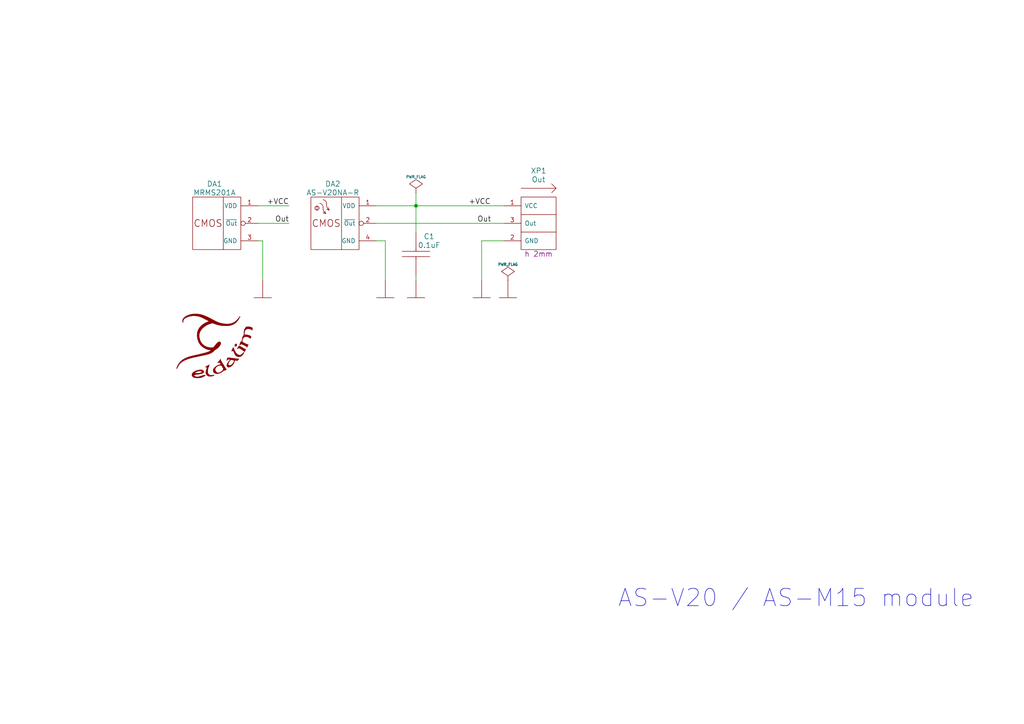
<source format=kicad_sch>
(kicad_sch (version 20230121) (generator eeschema)
  (paper "A4")
  (lib_symbols
    (symbol "AS-V20_AS-M15_simple-rescue:AS-V20NA-R" (pin_names (offset 1.016))
      (property "Reference" "DA" (at 0 11.43 0))
      (property "Value" "AS-V20NA-R" (at 0 8.89 0))
      (symbol "AS-V20NA-R_0_0"
        (polyline (pts (xy 2.54 7.62) (xy 2.54 -7.62)))
        (text "CMOS" (at -1.905 0 0) (effects (font (size 2.0066 2.0066))))
        (text "Ф" (at -4.572 4.318 0) (effects (font (size 1.524 1.524))))
      )
      (symbol "AS-V20NA-R_0_1"
        (rectangle (start -6.35 7.62) (end 7.62 -7.62))
        (arc (start -2.794 4.572) (mid -3.0798 5.3836) (end -3.81 5.842))
        (arc (start -2.794 4.572) (mid -2.6776 3.569) (end -2.032 2.794))
        (arc (start -1.778 5.588) (mid -2.0638 6.3996) (end -2.794 6.858))
        (arc (start -1.778 5.588) (mid -1.6616 4.585) (end -1.016 3.81))
        (polyline (pts (xy 11.557 5.08) (xy 11.557 5.08)))
        (polyline (pts (xy -2.286 3.556) (xy -2.032 2.794) (xy -2.794 3.048)))
        (polyline (pts (xy -1.27 4.572) (xy -1.016 3.81) (xy -1.778 4.064)))
      )
      (symbol "AS-V20NA-R_1_1"
        (pin power_in line (at 12.7 5.08 180) (length 5.08) (name "VDD") (number "1"))
        (pin output inverted (at 12.7 0 180) (length 5.08) (name "~{Out}") (number "2"))
        (pin no_connect line (at 12.7 -10.16 180) (length 5.08) hide (name "NC") (number "3"))
        (pin power_in line (at 12.7 -5.08 180) (length 5.08) (name "GND") (number "4"))
      )
    )
    (symbol "AS-V20_AS-M15_simple-rescue:C_0603" (pin_numbers hide) (pin_names (offset 1.016) hide)
      (property "Reference" "C" (at 3.81 5.08 0))
      (property "Value" "C_0603" (at 3.81 2.54 0))
      (symbol "C_0603_0_1"
        (polyline (pts (xy 0 -1.397) (xy 0 -0.762)))
        (polyline (pts (xy 0 1.397) (xy 0 0.762)))
        (polyline (pts (xy 4.0132 -0.762) (xy -4.0132 -0.762)))
        (polyline (pts (xy 4.0132 0.762) (xy -4.0132 0.762)))
      )
      (symbol "C_0603_0_2"
        (polyline (pts (xy -2.667 0) (xy -2.032 0)))
        (polyline (pts (xy -2.032 4.0132) (xy -2.032 -4.0132)))
        (polyline (pts (xy -0.508 4.0132) (xy -0.508 -4.0132)))
        (polyline (pts (xy 0.127 0) (xy -0.508 0)))
      )
      (symbol "C_0603_1_1"
        (pin passive line (at 0 6.35 270) (length 5.08) (name "~") (number "1"))
        (pin passive line (at 0 -6.35 90) (length 5.08) (name "~") (number "2"))
      )
      (symbol "C_0603_1_2"
        (pin passive line (at -7.62 0 0) (length 5.08) (name "~") (number "1"))
        (pin passive line (at 5.08 0 180) (length 5.08) (name "~") (number "2"))
      )
    )
    (symbol "AS-V20_AS-M15_simple-rescue:Eldalim" (pin_names (offset 1.016))
      (symbol "Eldalim_0_0"
        (polyline (pts (xy 6.477 0.2794) (xy 6.4516 0.4572) (xy 6.3754 0.5588) (xy 6.2738 0.6096) (xy 6.1214 0.5588) (xy 5.969 0.4572) (xy 5.9436 0.4318) (xy 5.842 0.254) (xy 5.842 0.1016) (xy 5.8928 -0.0508) (xy 5.9182 -0.0762) (xy 6.0198 -0.1524) (xy 6.1468 -0.1524) (xy 6.2484 -0.1016) (xy 6.3754 -0.0254) (xy 6.4516 0.127) (xy 6.477 0.2794) (xy 6.477 0.2794)) (stroke (width 0.0254)) (fill (type outline)))
        (polyline (pts (xy 9.0932 -0.9906) (xy 9.0678 -0.9652) (xy 8.9916 -0.9652) (xy 8.89 -0.9398) (xy 8.763 -0.8636) (xy 8.5598 -0.762) (xy 8.3058 -0.6096) (xy 8.0264 -0.4572) (xy 7.874 -0.3556) (xy 7.62 -0.2286) (xy 7.4422 -0.1016) (xy 7.2644 -0.0254) (xy 7.1628 0.0254) (xy 7.112 0.0508) (xy 7.0612 0) (xy 6.985 -0.0762) (xy 6.985 -0.1016) (xy 6.9342 -0.2032) (xy 6.8326 -0.3556) (xy 6.731 -0.508) (xy 6.7056 -0.5334) (xy 6.6294 -0.6858) (xy 6.5786 -0.7874) (xy 6.5532 -0.8382) (xy 6.604 -0.8382) (xy 6.7056 -0.762) (xy 6.8072 -0.7112) (xy 6.9596 -0.635) (xy 7.112 -0.6604) (xy 7.3152 -0.7366) (xy 7.4168 -0.8128) (xy 7.6708 -0.9398) (xy 7.8994 -1.0922) (xy 8.1026 -1.2446) (xy 8.3058 -1.3716) (xy 8.4582 -1.4986) (xy 8.5598 -1.5748) (xy 8.6106 -1.6256) (xy 8.636 -1.6764) (xy 8.6868 -1.7018) (xy 8.7122 -1.651) (xy 8.7884 -1.5494) (xy 8.8646 -1.4224) (xy 8.9408 -1.2954) (xy 9.017 -1.143) (xy 9.0678 -1.0414) (xy 9.0932 -0.9906) (xy 9.0932 -0.9906)) (stroke (width 0.0254)) (fill (type outline)))
        (polyline (pts (xy 8.5598 -1.778) (xy 8.2296 -2.1082) (xy 8.0264 -2.3114) (xy 7.8232 -2.4892) (xy 7.6454 -2.5908) (xy 7.4676 -2.6416) (xy 7.3152 -2.667) (xy 7.2136 -2.667) (xy 6.9342 -2.5908) (xy 6.6548 -2.4384) (xy 6.3754 -2.2098) (xy 6.1468 -1.905) (xy 6.096 -1.8288) (xy 5.969 -1.6256) (xy 5.842 -1.397) (xy 5.7404 -1.1684) (xy 5.6388 -0.889) (xy 5.588 -0.762) (xy 5.5372 -0.6096) (xy 5.4864 -0.4826) (xy 5.461 -0.4064) (xy 5.4356 -0.4318) (xy 5.3594 -0.5334) (xy 5.2832 -0.7112) (xy 5.1816 -0.9144) (xy 5.1308 -1.016) (xy 5.0546 -1.1938) (xy 4.9784 -1.3462) (xy 4.9276 -1.4478) (xy 4.9276 -1.4986) (xy 5.0038 -1.4986) (xy 5.1054 -1.4732) (xy 5.1562 -1.4732) (xy 5.2578 -1.4478) (xy 5.334 -1.4224) (xy 5.3848 -1.4478) (xy 5.461 -1.5494) (xy 5.5626 -1.7272) (xy 5.6642 -1.9558) (xy 5.7658 -2.159) (xy 5.8674 -2.413) (xy 5.9944 -2.6416) (xy 6.1468 -2.794) (xy 6.2992 -2.921) (xy 6.477 -3.0226) (xy 6.5278 -3.048) (xy 6.858 -3.1496) (xy 7.1628 -3.1496) (xy 7.4676 -3.0988) (xy 7.7724 -2.9464) (xy 8.0264 -2.7432) (xy 8.0772 -2.6924) (xy 8.255 -2.4892) (xy 8.382 -2.286) (xy 8.4836 -2.1082) (xy 8.5344 -1.9558) (xy 8.5598 -1.778) (xy 8.5598 -1.778)) (stroke (width 0.0254)) (fill (type outline)))
        (polyline (pts (xy -0.0508 -8.4328) (xy -0.0762 -8.4074) (xy -0.1778 -8.4328) (xy -0.3048 -8.4582) (xy -0.5588 -8.4836) (xy -0.8128 -8.509) (xy -1.016 -8.5344) (xy -1.1684 -8.509) (xy -1.2192 -8.509) (xy -1.4732 -8.4074) (xy -1.6764 -8.255) (xy -1.8542 -8.0264) (xy -1.8542 -8.001) (xy -1.905 -7.8994) (xy -1.9558 -7.7978) (xy -1.9558 -7.6962) (xy -1.9812 -7.5692) (xy -1.9812 -7.366) (xy -1.9558 -7.1628) (xy -1.9558 -6.9342) (xy -1.905 -6.731) (xy -1.8542 -6.5024) (xy -1.778 -6.2484) (xy -1.651 -5.9436) (xy -1.6002 -5.7912) (xy -1.5494 -5.6388) (xy -1.524 -5.5372) (xy -1.4986 -5.4864) (xy -1.524 -5.4864) (xy -1.5748 -5.5118) (xy -1.7018 -5.5626) (xy -1.8288 -5.6388) (xy -2.0066 -5.715) (xy -2.1844 -5.8166) (xy -2.3622 -5.8928) (xy -2.4892 -5.969) (xy -2.5908 -6.0198) (xy -2.6162 -6.0452) (xy -2.6162 -6.0706) (xy -2.54 -6.1214) (xy -2.4384 -6.1722) (xy -2.3876 -6.1722) (xy -2.3114 -6.223) (xy -2.2606 -6.2992) (xy -2.2352 -6.3754) (xy -2.2606 -6.5024) (xy -2.3114 -6.6802) (xy -2.3876 -6.9088) (xy -2.4384 -7.0358) (xy -2.5146 -7.4168) (xy -2.54 -7.747) (xy -2.4892 -8.0264) (xy -2.3876 -8.2804) (xy -2.2098 -8.509) (xy -2.1336 -8.5852) (xy -1.9558 -8.6868) (xy -1.8288 -8.763) (xy -1.7272 -8.7884) (xy -1.4986 -8.8138) (xy -1.2192 -8.8392) (xy -0.9398 -8.8138) (xy -0.6604 -8.763) (xy -0.4318 -8.6868) (xy -0.2286 -8.5852) (xy -0.0762 -8.4836) (xy -0.0762 -8.4582) (xy -0.0508 -8.4328) (xy -0.0508 -8.4328)) (stroke (width 0.0254)) (fill (type outline)))
        (polyline (pts (xy 7.112 -3.7846) (xy 7.0866 -3.7846) (xy 6.9596 -3.7592) (xy 6.8072 -3.7338) (xy 6.604 -3.7084) (xy 6.35 -3.683) (xy 6.2738 -3.683) (xy 5.9436 -3.6576) (xy 5.715 -3.6068) (xy 5.715 -4.2164) (xy 5.6896 -4.2926) (xy 5.6388 -4.445) (xy 5.5626 -4.5974) (xy 5.4864 -4.8006) (xy 5.4356 -4.8768) (xy 5.2832 -5.1054) (xy 5.1054 -5.3086) (xy 4.9022 -5.461) (xy 4.7244 -5.5626) (xy 4.572 -5.6388) (xy 4.3434 -5.6642) (xy 4.1656 -5.6134) (xy 4.0386 -5.4864) (xy 4.0132 -5.461) (xy 3.9878 -5.3086) (xy 4.0132 -5.1308) (xy 4.064 -4.9022) (xy 4.191 -4.6736) (xy 4.318 -4.445) (xy 4.4958 -4.2418) (xy 4.7244 -4.0132) (xy 5.1816 -4.0894) (xy 5.3594 -4.1148) (xy 5.5372 -4.1402) (xy 5.6388 -4.1656) (xy 5.6896 -4.191) (xy 5.715 -4.2164) (xy 5.715 -3.6068) (xy 5.588 -3.6068) (xy 5.2578 -3.556) (xy 4.9784 -3.5306) (xy 4.8514 -3.5052) (xy 4.5974 -3.4798) (xy 4.3688 -3.4544) (xy 4.1656 -3.429) (xy 4.0132 -3.429) (xy 3.7338 -3.429) (xy 3.7084 -3.5814) (xy 3.7084 -3.6576) (xy 3.683 -3.81) (xy 3.6068 -3.9624) (xy 3.556 -4.0894) (xy 3.5306 -4.191) (xy 3.5306 -4.2164) (xy 3.5814 -4.191) (xy 3.7084 -4.0894) (xy 3.7592 -4.0386) (xy 3.937 -3.937) (xy 4.1402 -3.8862) (xy 4.3434 -3.937) (xy 4.5212 -3.9878) (xy 4.2926 -4.2672) (xy 4.2164 -4.3688) (xy 3.9878 -4.6482) (xy 3.81 -4.9276) (xy 3.683 -5.207) (xy 3.5814 -5.461) (xy 3.556 -5.6642) (xy 3.556 -5.7404) (xy 3.6068 -5.8928) (xy 3.683 -6.0198) (xy 3.7846 -6.1214) (xy 3.8354 -6.1468) (xy 3.9624 -6.1468) (xy 4.1148 -6.1722) (xy 4.3688 -6.1468) (xy 4.6228 -6.0452) (xy 4.9022 -5.8674) (xy 5.1562 -5.6134) (xy 5.1816 -5.6134) (xy 5.3848 -5.3848) (xy 5.5372 -5.1308) (xy 5.6642 -4.8768) (xy 5.7658 -4.5466) (xy 5.7912 -4.4958) (xy 5.842 -4.3434) (xy 5.8928 -4.2418) (xy 5.9182 -4.2164) (xy 5.9944 -4.2164) (xy 6.1468 -4.2164) (xy 6.2992 -4.2418) (xy 6.6548 -4.2672) (xy 6.8834 -4.0386) (xy 6.9088 -4.0132) (xy 7.0104 -3.8862) (xy 7.0866 -3.81) (xy 7.112 -3.7846) (xy 7.112 -3.7846)) (stroke (width 0.0254)) (fill (type outline)))
        (polyline (pts (xy -2.667 -8.4836) (xy -2.7432 -8.4582) (xy -2.8956 -8.4582) (xy -3.0988 -8.4836) (xy -3.3782 -8.5598) (xy -3.7338 -8.6614) (xy -4.1148 -8.7884) (xy -4.4704 -8.89) (xy -4.7498 -8.9662) (xy -4.9784 -8.9916) (xy -5.207 -8.9916) (xy -5.3848 -8.9408) (xy -5.588 -8.8646) (xy -5.6388 -8.8392) (xy -5.7912 -8.7376) (xy -5.8928 -8.636) (xy -5.9436 -8.5344) (xy -5.9182 -8.4582) (xy -5.8674 -8.4328) (xy -5.7404 -8.382) (xy -5.5118 -8.3312) (xy -5.207 -8.2804) (xy -4.826 -8.2296) (xy -4.6482 -8.2042) (xy -4.191 -8.128) (xy -3.81 -8.0518) (xy -3.5052 -7.9502) (xy -3.302 -7.8486) (xy -3.1496 -7.7216) (xy -3.1242 -7.6708) (xy -3.0988 -7.5184) (xy -3.1242 -7.366) (xy -3.2258 -7.2136) (xy -3.3782 -7.0866) (xy -3.5814 -6.985) (xy -3.6576 -6.9596) (xy -3.6576 -7.4676) (xy -3.6576 -7.5438) (xy -3.7338 -7.6454) (xy -3.8608 -7.7216) (xy -4.0894 -7.7978) (xy -4.3942 -7.874) (xy -4.572 -7.8994) (xy -4.7752 -7.9248) (xy -5.0292 -7.9248) (xy -5.2578 -7.9502) (xy -5.461 -7.9502) (xy -5.6134 -7.9248) (xy -5.715 -7.9248) (xy -5.715 -7.8994) (xy -5.6642 -7.8232) (xy -5.588 -7.747) (xy -5.461 -7.6708) (xy -5.334 -7.5692) (xy -5.1816 -7.493) (xy -5.1308 -7.4676) (xy -4.8514 -7.366) (xy -4.5466 -7.2898) (xy -4.2672 -7.2644) (xy -3.9878 -7.2898) (xy -3.7846 -7.366) (xy -3.7592 -7.3914) (xy -3.6576 -7.4676) (xy -3.6576 -6.9596) (xy -3.7846 -6.9596) (xy -4.1148 -6.9342) (xy -4.4958 -6.985) (xy -4.9022 -7.0612) (xy -5.3086 -7.1882) (xy -5.6896 -7.3406) (xy -6.0198 -7.5438) (xy -6.2738 -7.747) (xy -6.4516 -7.9756) (xy -6.5532 -8.2296) (xy -6.5532 -8.4836) (xy -6.5532 -8.5598) (xy -6.4516 -8.7884) (xy -6.2992 -8.9662) (xy -6.0706 -9.1186) (xy -5.7658 -9.2456) (xy -5.715 -9.2456) (xy -5.5372 -9.271) (xy -5.2832 -9.2964) (xy -5.0292 -9.2964) (xy -4.7498 -9.2964) (xy -4.4704 -9.271) (xy -4.2164 -9.271) (xy -4.0386 -9.2456) (xy -3.9878 -9.2202) (xy -3.7846 -9.1694) (xy -3.5814 -9.0932) (xy -3.3782 -8.9916) (xy -3.1496 -8.89) (xy -2.9718 -8.7884) (xy -2.8194 -8.6868) (xy -2.7178 -8.6106) (xy -2.667 -8.5344) (xy -2.667 -8.4836) (xy -2.667 -8.4836)) (stroke (width 0.0254)) (fill (type outline)))
        (polyline (pts (xy 3.4798 -6.7818) (xy 3.4036 -6.731) (xy 3.3782 -6.7056) (xy 3.302 -6.6294) (xy 3.2258 -6.5024) (xy 3.2004 -6.5024) (xy 3.1496 -6.4008) (xy 3.0734 -6.2738) (xy 2.9464 -6.0706) (xy 2.794 -5.8166) (xy 2.6416 -5.5626) (xy 2.5908 -5.461) (xy 2.5908 -6.6802) (xy 2.4638 -6.9088) (xy 2.3876 -7.0358) (xy 2.1844 -7.2898) (xy 1.9304 -7.493) (xy 1.651 -7.6454) (xy 1.4732 -7.747) (xy 1.1684 -7.7978) (xy 0.9144 -7.7724) (xy 0.6604 -7.6962) (xy 0.4826 -7.5438) (xy 0.3048 -7.2898) (xy 0.2286 -7.0612) (xy 0.2032 -6.7818) (xy 0.254 -6.5278) (xy 0.381 -6.2738) (xy 0.5842 -6.0706) (xy 0.8128 -5.8674) (xy 1.143 -5.7404) (xy 1.1684 -5.7404) (xy 1.397 -5.6896) (xy 1.6256 -5.6642) (xy 1.8288 -5.6642) (xy 1.9558 -5.6642) (xy 2.0066 -5.715) (xy 2.0828 -5.8166) (xy 2.2098 -5.9944) (xy 2.3114 -6.1976) (xy 2.5908 -6.6802) (xy 2.5908 -5.461) (xy 2.4638 -5.2832) (xy 2.2606 -4.953) (xy 2.1082 -4.699) (xy 1.9812 -4.4958) (xy 1.905 -4.318) (xy 1.8288 -4.191) (xy 1.8034 -4.0894) (xy 1.778 -4.0132) (xy 1.778 -3.9624) (xy 1.7526 -3.8608) (xy 1.7272 -3.81) (xy 1.7018 -3.8354) (xy 1.651 -3.9116) (xy 1.5748 -4.0132) (xy 1.5494 -4.064) (xy 1.4478 -4.2164) (xy 1.3208 -4.3942) (xy 1.1684 -4.5466) (xy 0.8636 -4.8514) (xy 1.1176 -4.826) (xy 1.3208 -4.826) (xy 1.4732 -4.8514) (xy 1.6002 -4.953) (xy 1.7272 -5.1308) (xy 1.8542 -5.3594) (xy 1.6764 -5.3848) (xy 1.3716 -5.461) (xy 1.0414 -5.588) (xy 0.6858 -5.7658) (xy 0.381 -5.969) (xy 0.1016 -6.1976) (xy -0.1524 -6.4262) (xy -0.3048 -6.6802) (xy -0.3302 -6.7056) (xy -0.4064 -6.985) (xy -0.4064 -7.239) (xy -0.3556 -7.493) (xy -0.2032 -7.7216) (xy 0 -7.8994) (xy 0.254 -8.001) (xy 0.3048 -8.0264) (xy 0.5334 -8.0518) (xy 0.8128 -8.0518) (xy 0.889 -8.0518) (xy 1.3208 -7.9756) (xy 1.7526 -7.8232) (xy 2.1336 -7.5946) (xy 2.5146 -7.2898) (xy 2.5908 -7.2136) (xy 2.6924 -7.112) (xy 2.7686 -7.0612) (xy 2.794 -7.0358) (xy 2.794 -7.0612) (xy 2.8194 -7.1374) (xy 2.8448 -7.1628) (xy 2.921 -7.1374) (xy 3.0226 -7.112) (xy 3.175 -7.0104) (xy 3.2004 -6.985) (xy 3.3528 -6.9088) (xy 3.4544 -6.8326) (xy 3.4798 -6.8072) (xy 3.4798 -6.7818) (xy 3.4798 -6.7818)) (stroke (width 0.0254)) (fill (type outline)))
        (polyline (pts (xy 11.0236 5.207) (xy 10.8204 5.3086) (xy 10.6934 5.3848) (xy 10.414 5.4864) (xy 10.1092 5.5626) (xy 9.779 5.588) (xy 9.652 5.588) (xy 9.4996 5.5626) (xy 9.3726 5.5626) (xy 9.271 5.5118) (xy 9.1694 5.461) (xy 9.1186 5.4356) (xy 8.9154 5.2324) (xy 8.763 4.9784) (xy 8.636 4.6482) (xy 8.6106 4.6228) (xy 8.5852 4.4704) (xy 8.5598 4.3434) (xy 8.5344 4.191) (xy 8.5344 3.9878) (xy 8.5344 3.7338) (xy 8.509 3.0988) (xy 8.3566 2.9464) (xy 8.3566 2.921) (xy 8.255 2.794) (xy 8.1534 2.6162) (xy 8.0772 2.3876) (xy 8.0264 2.1082) (xy 7.9756 1.7526) (xy 7.9502 1.6764) (xy 7.9248 1.4732) (xy 7.8994 1.3462) (xy 7.874 1.2446) (xy 7.8486 1.2192) (xy 7.8232 1.2192) (xy 7.6962 1.27) (xy 7.5946 1.27) (xy 7.5692 1.2192) (xy 7.5692 1.1684) (xy 7.5184 1.0668) (xy 7.4676 0.889) (xy 7.3914 0.7112) (xy 7.3406 0.5842) (xy 7.2898 0.4318) (xy 7.2644 0.3302) (xy 7.239 0.2794) (xy 7.2898 0.2794) (xy 7.3914 0.3302) (xy 7.5184 0.381) (xy 7.62 0.4572) (xy 7.747 0.508) (xy 7.8486 0.508) (xy 7.8994 0.508) (xy 8.0264 0.4572) (xy 8.1788 0.381) (xy 8.382 0.2794) (xy 8.6106 0.1778) (xy 8.636 0.1524) (xy 8.89 0.0254) (xy 9.0932 -0.1016) (xy 9.2202 -0.1778) (xy 9.2964 -0.254) (xy 9.3472 -0.3048) (xy 9.398 -0.381) (xy 9.4488 -0.381) (xy 9.4488 -0.3556) (xy 9.4996 -0.2794) (xy 9.5758 -0.1524) (xy 9.652 0.0254) (xy 9.8044 0.381) (xy 9.6774 0.381) (xy 9.6266 0.4064) (xy 9.4742 0.4572) (xy 9.2964 0.5334) (xy 9.0932 0.6096) (xy 8.89 0.7112) (xy 8.6614 0.8382) (xy 8.4582 0.9398) (xy 8.3058 1.016) (xy 8.1788 1.0922) (xy 8.128 1.143) (xy 8.1026 1.1938) (xy 8.0772 1.3462) (xy 8.0772 1.5494) (xy 8.1026 1.7526) (xy 8.1534 1.9558) (xy 8.2296 2.0828) (xy 8.382 2.3622) (xy 8.5852 2.54) (xy 8.8392 2.6416) (xy 9.1186 2.667) (xy 9.1694 2.667) (xy 9.4742 2.6416) (xy 9.779 2.54) (xy 10.0584 2.413) (xy 10.2616 2.2352) (xy 10.3124 2.2098) (xy 10.3886 2.159) (xy 10.4394 2.1336) (xy 10.4648 2.1844) (xy 10.4902 2.3114) (xy 10.541 2.4638) (xy 10.5664 2.5146) (xy 10.5918 2.6416) (xy 10.5918 2.7432) (xy 10.541 2.794) (xy 10.4394 2.8702) (xy 10.287 2.9464) (xy 9.9314 3.0988) (xy 9.525 3.2004) (xy 9.0932 3.2258) (xy 8.9408 3.2258) (xy 8.8138 3.2258) (xy 8.7376 3.2512) (xy 8.6868 3.3274) (xy 8.6868 3.4544) (xy 8.6868 3.6322) (xy 8.6868 3.81) (xy 8.7376 4.1402) (xy 8.8392 4.445) (xy 9.017 4.6736) (xy 9.2202 4.826) (xy 9.271 4.8514) (xy 9.3726 4.9022) (xy 9.4742 4.9276) (xy 9.6012 4.9276) (xy 9.8044 4.9276) (xy 10.0584 4.9276) (xy 10.3124 4.8768) (xy 10.5156 4.8006) (xy 10.7188 4.6736) (xy 10.8204 4.6228) (xy 10.8966 4.572) (xy 10.9474 4.5466) (xy 10.9474 4.6228) (xy 10.9728 4.7244) (xy 10.9982 4.9022) (xy 11.0236 5.207) (xy 11.0236 5.207)) (stroke (width 0.0254)) (fill (type outline)))
        (polyline (pts (xy 7.4168 8.509) (xy 7.3914 8.5598) (xy 7.366 8.5598) (xy 7.3152 8.509) (xy 7.2136 8.4074) (xy 7.0866 8.2042) (xy 6.985 8.0772) (xy 6.5786 7.5946) (xy 6.1722 7.2136) (xy 5.715 6.8834) (xy 5.207 6.6294) (xy 4.699 6.477) (xy 4.1148 6.3754) (xy 3.5306 6.35) (xy 2.8956 6.4008) (xy 2.2098 6.5278) (xy 2.1844 6.5278) (xy 1.9304 6.5786) (xy 1.7018 6.6294) (xy 1.4732 6.7056) (xy 1.27 6.7564) (xy 1.0414 6.858) (xy 0.8128 6.9596) (xy 0.5588 7.0612) (xy 0.254 7.2136) (xy -0.1016 7.3914) (xy -0.4826 7.5946) (xy -0.9398 7.8232) (xy -1.2192 7.9756) (xy -1.7526 8.255) (xy -2.2352 8.4836) (xy -2.667 8.6614) (xy -3.0734 8.8392) (xy -3.4544 8.9662) (xy -3.81 9.0678) (xy -4.1656 9.1694) (xy -4.3942 9.1948) (xy -4.699 9.2456) (xy -5.0292 9.271) (xy -5.4102 9.271) (xy -5.7658 9.271) (xy -6.096 9.271) (xy -6.3754 9.2456) (xy -6.604 9.2202) (xy -6.8072 9.1694) (xy -7.3152 9.0424) (xy -7.747 8.8646) (xy -8.1788 8.6868) (xy -8.5344 8.4582) (xy -8.8138 8.2296) (xy -9.0424 7.9756) (xy -9.144 7.8232) (xy -9.2456 7.5692) (xy -9.2964 7.3152) (xy -9.2964 7.0866) (xy -9.271 6.985) (xy -9.2456 6.858) (xy -9.2202 6.8072) (xy -9.1694 6.7818) (xy -9.144 6.7818) (xy -9.1186 6.858) (xy -9.1186 6.985) (xy -9.1186 7.0866) (xy -9.0678 7.366) (xy -8.9662 7.62) (xy -8.763 7.8486) (xy -8.509 8.0518) (xy -8.1788 8.2296) (xy -7.8232 8.382) (xy -7.2136 8.5852) (xy -6.604 8.6868) (xy -5.969 8.7376) (xy -5.2832 8.6868) (xy -5.1308 8.6614) (xy -4.8006 8.6106) (xy -4.445 8.509) (xy -4.064 8.382) (xy -3.683 8.2296) (xy -3.2512 8.0264) (xy -2.7686 7.7724) (xy -2.2352 7.493) (xy -2.0828 7.4168) (xy -1.8796 7.3152) (xy -1.7526 7.239) (xy -1.6764 7.1882) (xy -1.651 7.1374) (xy -1.6764 7.112) (xy -1.7526 7.0866) (xy -1.8288 7.0612) (xy -2.032 6.985) (xy -2.413 6.8072) (xy -2.8194 6.604) (xy -3.2004 6.3754) (xy -3.2766 6.3246) (xy -3.7592 5.9436) (xy -4.1656 5.5372) (xy -4.5212 5.08) (xy -4.7752 4.5974) (xy -4.953 4.0894) (xy -5.0546 3.556) (xy -5.08 3.0226) (xy -5.0292 2.4384) (xy -5.0038 2.3368) (xy -4.8514 1.7272) (xy -4.6482 1.1684) (xy -4.3688 0.6604) (xy -4.0132 0.2032) (xy -3.6068 -0.1778) (xy -3.1496 -0.5334) (xy -2.6162 -0.8128) (xy -2.286 -0.9652) (xy -1.778 -1.1176) (xy -1.27 -1.1938) (xy -0.9652 -1.2192) (xy -1.0922 -1.3208) (xy -1.1684 -1.397) (xy -1.4224 -1.524) (xy -1.7018 -1.6764) (xy -2.0574 -1.8034) (xy -2.0828 -1.8288) (xy -2.286 -1.8796) (xy -2.54 -1.9558) (xy -2.8448 -2.032) (xy -3.2004 -2.1336) (xy -3.5814 -2.2098) (xy -4.0132 -2.3368) (xy -4.445 -2.4384) (xy -4.8768 -2.54) (xy -5.2832 -2.6162) (xy -5.6896 -2.7178) (xy -5.969 -2.7686) (xy -6.5532 -2.921) (xy -7.0612 -3.048) (xy -7.493 -3.175) (xy -7.8994 -3.3274) (xy -8.255 -3.4798) (xy -8.5852 -3.6322) (xy -9.0678 -3.8862) (xy -9.5758 -4.2672) (xy -10.0076 -4.6736) (xy -10.3886 -5.1562) (xy -10.6934 -5.6642) (xy -10.7188 -5.6896) (xy -10.795 -5.8928) (xy -10.8712 -6.096) (xy -10.9474 -6.2992) (xy -10.9982 -6.477) (xy -10.9982 -6.5786) (xy -10.9982 -6.6548) (xy -10.9474 -6.604) (xy -10.8966 -6.5532) (xy -10.8458 -6.4262) (xy -10.7442 -6.2738) (xy -10.668 -6.096) (xy -10.4394 -5.6896) (xy -10.1854 -5.3086) (xy -9.8552 -4.9784) (xy -9.4742 -4.6736) (xy -9.0424 -4.3688) (xy -8.8646 -4.2926) (xy -8.636 -4.1656) (xy -8.4074 -4.064) (xy -8.128 -3.937) (xy -7.8232 -3.8354) (xy -7.493 -3.7338) (xy -7.112 -3.6068) (xy -6.7056 -3.5052) (xy -6.223 -3.3782) (xy -5.6642 -3.2512) (xy -5.0546 -3.1242) (xy -4.3688 -2.9718) (xy -3.6322 -2.8194) (xy -3.4798 -2.794) (xy -3.0734 -2.7178) (xy -2.7432 -2.6416) (xy -2.4638 -2.5654) (xy -2.2352 -2.5146) (xy -2.032 -2.4638) (xy -1.8542 -2.413) (xy -1.6764 -2.3622) (xy -1.4986 -2.286) (xy -1.143 -2.159) (xy -0.7874 -1.9558) (xy -0.4572 -1.7272) (xy -0.127 -1.4224) (xy -0.0508 -1.3462) (xy 0.1524 -1.1684) (xy 0.3302 -1.016) (xy 0.4826 -0.9398) (xy 0.762 -0.762) (xy 1.1176 -0.4572) (xy 1.4224 -0.1016) (xy 1.6764 0.3048) (xy 1.7272 0.4572) (xy 1.8034 0.6604) (xy 1.8034 0.8382) (xy 1.778 0.9652) (xy 1.6764 1.0922) (xy 1.6256 1.143) (xy 1.524 1.2192) (xy 1.4224 1.2446) (xy 1.3208 1.2192) (xy 1.143 1.143) (xy 0.9144 0.9906) (xy 0.6604 0.762) (xy 0.4064 0.4572) (xy 0.1016 0.1016) (xy -0.254 -0.4064) (xy -0.508 -0.4572) (xy -0.6858 -0.4826) (xy -0.9398 -0.4826) (xy -1.2192 -0.4826) (xy -1.5494 -0.4572) (xy -2.0574 -0.3302) (xy -2.5654 -0.1524) (xy -3.0226 0.127) (xy -3.429 0.4572) (xy -3.6322 0.6858) (xy -3.8608 0.9906) (xy -4.064 1.3208) (xy -4.2164 1.7018) (xy -4.2926 2.0066) (xy -4.4196 2.5146) (xy -4.445 3.0226) (xy -4.3942 3.5052) (xy -4.2672 3.9624) (xy -4.0386 4.3942) (xy -3.7592 4.8006) (xy -3.3782 5.207) (xy -3.302 5.2832) (xy -2.794 5.6896) (xy -2.2606 6.0198) (xy -1.651 6.2992) (xy -0.9906 6.5024) (xy -0.635 6.604) (xy -0.2286 6.477) (xy -0.1778 6.4516) (xy 0.127 6.35) (xy 0.4826 6.223) (xy 0.8382 6.1214) (xy 1.1938 6.0452) (xy 1.4732 5.969) (xy 1.7526 5.9182) (xy 2.1082 5.8674) (xy 2.5146 5.842) (xy 2.9464 5.8166) (xy 3.429 5.8166) (xy 3.5052 5.8166) (xy 3.7846 5.842) (xy 4.0132 5.842) (xy 4.191 5.8674) (xy 4.3434 5.8928) (xy 4.4958 5.9182) (xy 4.6736 5.9436) (xy 5.08 6.096) (xy 5.5372 6.2738) (xy 5.9436 6.5532) (xy 6.2992 6.858) (xy 6.6548 7.2644) (xy 6.731 7.366) (xy 6.858 7.5184) (xy 6.985 7.7216) (xy 7.112 7.9248) (xy 7.2136 8.128) (xy 7.3152 8.3058) (xy 7.3914 8.4328) (xy 7.4168 8.509) (xy 7.4168 8.509)) (stroke (width 0.0254)) (fill (type outline)))
      )
    )
    (symbol "AS-V20_AS-M15_simple-rescue:GND" (power) (pin_numbers hide) (pin_names (offset 0) hide)
      (symbol "GND_0_1"
        (polyline (pts (xy -2.54 -5.08) (xy 2.54 -5.08)))
        (polyline (pts (xy 0 -5.08) (xy 0 0)))
      )
      (symbol "GND_1_1"
        (pin power_in line (at 0 0 270) (length 5.08) hide (name "GND") (number "~"))
      )
    )
    (symbol "AS-V20_AS-M15_simple-rescue:MRMS201A" (pin_names (offset 1.016))
      (property "Reference" "DA" (at 0 11.43 0))
      (property "Value" "MRMS201A" (at 0 8.89 0))
      (symbol "MRMS201A_0_0"
        (polyline (pts (xy 2.54 7.62) (xy 2.54 -7.62)))
        (text "CMOS" (at -1.905 0 0) (effects (font (size 2.0066 2.0066))))
      )
      (symbol "MRMS201A_0_1"
        (rectangle (start -6.35 7.62) (end 7.62 -7.62))
        (polyline (pts (xy 11.557 5.08) (xy 11.557 5.08)))
      )
      (symbol "MRMS201A_1_1"
        (pin power_in line (at 12.7 5.08 180) (length 5.08) (name "VDD") (number "1"))
        (pin output inverted (at 12.7 0 180) (length 5.08) (name "~{Out}") (number "2"))
        (pin power_in line (at 12.7 -5.08 180) (length 5.08) (name "GND") (number "3"))
      )
    )
    (symbol "AS-V20_AS-M15_simple-rescue:PWR_FLAG" (power) (pin_numbers hide) (pin_names (offset 0) hide)
      (property "Value" "PWR_FLAG" (at 0 4.572 0))
      (symbol "PWR_FLAG_0_0"
        (pin power_out line (at 0 0 90) (length 0) (name "pwr") (number "1"))
      )
      (symbol "PWR_FLAG_0_1"
        (polyline (pts (xy 0 0) (xy 0 1.27) (xy -1.905 2.54) (xy 0 3.81) (xy 1.905 2.54) (xy 0 1.27)))
      )
    )
    (symbol "AS-V20_AS-M15_simple-rescue:for_SENS" (pin_names (offset 1.016))
      (property "Reference" "XP" (at 0 15.24 0))
      (property "Value" "for_SENS" (at 0 12.7 0))
      (symbol "for_SENS_0_0"
        (polyline (pts (xy 5.08 -2.54) (xy -5.08 -2.54)))
        (polyline (pts (xy 5.08 2.54) (xy -5.08 2.54)))
        (rectangle (start 5.08 7.62) (end -5.08 -7.62))
      )
      (symbol "for_SENS_0_1"
        (polyline (pts (xy 5.08 10.16) (xy -5.08 10.16)))
        (polyline (pts (xy -3.81 8.89) (xy -5.08 10.16) (xy -3.81 11.43)))
      )
      (symbol "for_SENS_1_1"
        (pin power_in line (at 10.16 5.08 180) (length 5.08) (name "VCC") (number "1"))
        (pin power_in line (at 10.16 -5.08 180) (length 5.08) (name "GND") (number "2"))
        (pin passive line (at 10.16 0 180) (length 5.08) (name "Out") (number "3"))
      )
    )
  )
  (junction (at 120.65 59.69))
  (wire (pts (xy 74.93 59.69) (xy 83.82 59.69)))
  (wire (pts (xy 109.22 59.69) (xy 120.65 59.69)))
  (wire (pts (xy 76.2 69.85) (xy 76.2 81.28)))
  (wire (pts (xy 111.76 69.85) (xy 109.22 69.85)))
  (wire (pts (xy 74.93 64.77) (xy 83.82 64.77)))
  (wire (pts (xy 76.2 69.85) (xy 74.93 69.85)))
  (wire (pts (xy 120.65 55.88) (xy 120.65 59.69)))
  (wire (pts (xy 139.7 69.85) (xy 146.05 69.85)))
  (wire (pts (xy 139.7 81.28) (xy 139.7 69.85)))
  (wire (pts (xy 111.76 69.85) (xy 111.76 81.28)))
  (wire (pts (xy 109.22 64.77) (xy 146.05 64.77)))
  (wire (pts (xy 120.65 59.69) (xy 120.65 67.31)))
  (wire (pts (xy 120.65 59.69) (xy 146.05 59.69)))
  (wire (pts (xy 120.65 80.01) (xy 120.65 81.28)))
  (text "AS-V20 / AS-M15 module" (at 179.07 176.53 0) (effects (font (size 5.0038 5.0038)) (justify left bottom)))
  (label "Out" (at 138.43 64.77 0) (effects (font (size 1.524 1.524))))
  (label "Out" (at 83.82 64.77 180) (effects (font (size 1.524 1.524))))
  (label "+VCC" (at 135.89 59.69 0) (effects (font (size 1.524 1.524))))
  (label "+VCC" (at 83.82 59.69 180) (effects (font (size 1.524 1.524))))
  (symbol (lib_id "AS-V20_AS-M15_simple-rescue:Eldalim") (at 62.23 100.33 0) (unit 1)
    (property "Reference" "Logo1" (effects hide))
    (property "Value" "Eldalim" (effects hide))
    (property "Footprint" "Graphics:Eldalim_7x6_back" (effects hide))
  )
  (symbol (lib_id "AS-V20_AS-M15_simple-rescue:GND") (at 111.76 81.28 0) (unit 1)
    (property "Reference" "#U01" (effects hide))
    (property "Value" "GND" (effects hide))
  )
  (symbol (lib_id "AS-V20_AS-M15_simple-rescue:GND") (at 120.65 81.28 0) (unit 1)
    (property "Reference" "#U02" (effects hide))
    (property "Value" "GND" (effects hide))
  )
  (symbol (lib_id "AS-V20_AS-M15_simple-rescue:GND") (at 139.7 81.28 0) (unit 1)
    (property "Reference" "#U03" (effects hide))
    (property "Value" "GND" (effects hide))
  )
  (symbol (lib_id "AS-V20_AS-M15_simple-rescue:PWR_FLAG") (at 120.65 55.88 0) (unit 1)
    (property "Reference" "#FLG04" (effects hide))
    (property "Value" "PWR_FLAG" (at 120.65 51.308 0) (effects (font (size 0.762 0.762))))
  )
  (symbol (lib_id "AS-V20_AS-M15_simple-rescue:PWR_FLAG") (at 147.32 81.28 0) (unit 1)
    (property "Reference" "#FLG05" (effects hide))
    (property "Value" "PWR_FLAG" (at 147.32 76.708 0) (effects (font (size 0.762 0.762))))
  )
  (symbol (lib_id "AS-V20_AS-M15_simple-rescue:GND") (at 147.32 81.28 0) (unit 1)
    (property "Reference" "#U06" (effects hide))
    (property "Value" "GND" (effects hide))
  )
  (symbol (lib_id "AS-V20_AS-M15_simple-rescue:MRMS201A") (at 62.23 64.77 0) (unit 1)
    (property "Reference" "DA1" (at 62.23 53.34 0) (effects (font (size 1.524 1.524))))
    (property "Value" "MRMS201A" (at 62.23 55.88 0) (effects (font (size 1.524 1.524))))
    (property "Footprint" "SOT:SOT23-3" (effects hide))
  )
  (symbol (lib_id "AS-V20_AS-M15_simple-rescue:GND") (at 76.2 81.28 0) (unit 1)
    (property "Reference" "#U07" (effects hide))
    (property "Value" "GND" (effects hide))
  )
  (symbol (lib_id "AS-V20_AS-M15_simple-rescue:AS-V20NA-R") (at 96.52 64.77 0) (unit 1)
    (property "Reference" "DA2" (at 96.52 53.34 0) (effects (font (size 1.524 1.524))))
    (property "Value" "AS-V20NA-R" (at 96.52 55.88 0) (effects (font (size 1.524 1.524))))
    (property "Footprint" "SOT:SON4" (effects hide))
  )
  (symbol (lib_id "AS-V20_AS-M15_simple-rescue:C_0603") (at 120.65 73.66 0) (unit 1)
    (property "Reference" "C1" (at 124.46 68.58 0) (effects (font (size 1.524 1.524))))
    (property "Value" "0.1uF" (at 124.46 71.12 0) (effects (font (size 1.524 1.524))))
    (property "Footprint" "Capacitors:CAP0603" (effects hide))
  )
  (symbol (lib_id "AS-V20_AS-M15_simple-rescue:for_SENS") (at 156.21 64.77 0) (mirror y) (unit 1)
    (property "Reference" "XP1" (at 156.21 49.53 0) (effects (font (size 1.524 1.524))))
    (property "Value" "Out" (at 156.21 52.07 0) (effects (font (size 1.524 1.524))))
    (property "Footprint" "Connectors:for_SENS_PLS2-3" (effects hide))
    (property "Step" "h 2mm" (at 156.21 73.66 0) (effects (font (size 1.524 1.524))))
  )
)
</source>
